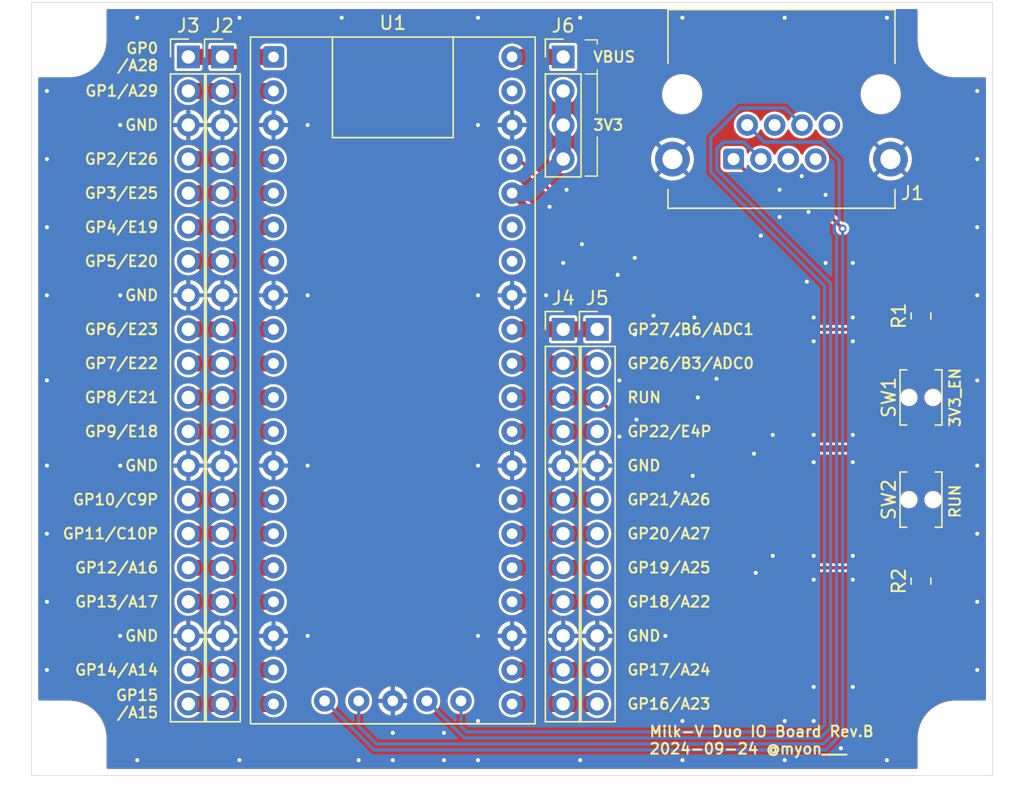
<source format=kicad_pcb>
(kicad_pcb (version 20240108) (generator "pcbnew") (generator_version "8.0")
  (title_block (title "Milk-V Duo IOB") (rev "A"))
  (layers (0 "F.Cu" signal) (31 "B.Cu" signal) (34 "B.Paste" user) (35 "F.Paste" user) (36 "B.SilkS" user "B.Silkscreen") (37 "F.SilkS" user "F.Silkscreen") (38 "B.Mask" user) (39 "F.Mask" user) (44 "Edge.Cuts" user))
  (net 0 "")
  (net 1 "/GP7")
  (net 2 "/GP11")
  (net 3 "GND")
  (net 4 "/GP9")
  (net 5 "/GP15")
  (net 6 "/GP6")
  (net 7 "/GP8")
  (net 8 "/GP0")
  (net 9 "/GP2")
  (net 10 "/GP4")
  (net 11 "/GP1")
  (net 12 "/GP14")
  (net 13 "/GP10")
  (net 14 "/GP3")
  (net 15 "/GP13")
  (net 16 "/GP12")
  (net 17 "/GP5")
  (net 18 "/GP17")
  (net 20 "/GP18")
  (net 21 "VBUS")
  (net 22 "/GP20")
  (net 23 "/GP21")
  (net 24 "/GP19")
  (net 25 "3V3")
  (net 26 "/GP26")
  (net 27 "/VSYS")
  (net 29 "/GP22")
  (net 30 "/3V3_EN")
  (net 31 "/GP16")
  (net 32 "/RUN")
  (net 33 "/GP27")
  (net 34 "/ETH-RX-")
  (net 35 "/ETH-RX+")
  (net 36 "/ETH-TX+")
  (net 37 "/ETH-TX-")
  (footprint "Resistor_SMD:R_0805_2012Metric_Pad1.20x1.40mm_HandSolder" (layer "F.Cu") (at 149.86 89.9 90)
    (property "Reference" "R2" (at 0 -1.65 90) (layer "F.SilkS"))
    (property "Value" "4.7k")
    (fp_line (start -0.227064 -0.735) (end 0.227064 -0.735) (stroke (width 0.12)) (layer "F.SilkS"))
    (fp_line (start -0.227064 0.735) (end 0.227064 0.735) (stroke (width 0.12)) (layer "F.SilkS"))
    (pad "1" smd roundrect (at -1 0 90) (size 1.2 1.4) (layers "F.Cu" "F.Paste" "F.Mask") (roundrect_rratio 0.208333) (net 3 "GND"))
    (pad "2" smd roundrect (at 1 0 90) (size 1.2 1.4) (layers "F.Cu" "F.Paste" "F.Mask") (roundrect_rratio 0.208333) (net 32 "/RUN"))
  )
  (footprint "Library:Button_Tactile_SPST_Jianfu_TVAF06-A020B-R" (layer "F.Cu") (at 149.86 83.82 90)
    (property "Reference" "SW2" (at 0 -2.4 90) (layer "F.SilkS"))
    (property "Value" "SW_Push")
    (fp_line (start 2.06 -1.56) (end 2.06 -1.06) (stroke (width 0.12)) (layer "F.SilkS"))
    (fp_line (start -2.06 -1.56) (end 2.06 -1.56) (stroke (width 0.12)) (layer "F.SilkS"))
    (fp_line (start -2.06 -1.56) (end -2.06 -1.06) (stroke (width 0.12)) (layer "F.SilkS"))
    (fp_line (start 2.06 1.06) (end 2.06 1.56) (stroke (width 0.12)) (layer "F.SilkS"))
    (fp_line (start -2.06 1.06) (end -2.06 1.56) (stroke (width 0.12)) (layer "F.SilkS"))
    (fp_line (start -2.06 1.56) (end 2.06 1.56) (stroke (width 0.12)) (layer "F.SilkS"))
    (pad "" np_thru_hole circle (at 0 -0.9 90) (size 0.8 0.8) (drill 0.8) (layers "F&B.Cu" "*.Mask"))
    (pad "" np_thru_hole circle (at 0 0.9 90) (size 0.8 0.8) (drill 0.8) (layers "F&B.Cu" "*.Mask"))
    (pad "1" smd rect (at -2.225 0 90) (size 1.05 1.6) (layers "F.Cu" "F.Paste" "F.Mask") (net 32 "/RUN"))
    (pad "2" smd rect (at 2.225 0 90) (size 1.05 1.6) (layers "F.Cu" "F.Paste" "F.Mask") (net 25 "3V3"))
  )
  (footprint "Resistor_SMD:R_0805_2012Metric_Pad1.20x1.40mm_HandSolder" (layer "F.Cu") (at 149.86 70.12 90)
    (property "Reference" "R1" (at 0 -1.65 90) (layer "F.SilkS"))
    (property "Value" "4.7k")
    (fp_line (start -0.227064 -0.735) (end 0.227064 -0.735) (stroke (width 0.12)) (layer "F.SilkS"))
    (fp_line (start -0.227064 0.735) (end 0.227064 0.735) (stroke (width 0.12)) (layer "F.SilkS"))
    (pad "1" smd roundrect (at -1 0 90) (size 1.2 1.4) (layers "F.Cu" "F.Paste" "F.Mask") (roundrect_rratio 0.208333) (net 30 "/3V3_EN"))
    (pad "2" smd roundrect (at 1 0 90) (size 1.2 1.4) (layers "F.Cu" "F.Paste" "F.Mask") (roundrect_rratio 0.208333) (net 3 "GND"))
  )
  (footprint "Connector_PinHeader_2.54mm:PinHeader_1x20_P2.54mm_Vertical" (layer "F.Cu") (at 95.25 50.8)
    (property "Reference" "J3" (at 0 -2.33 0) (layer "F.SilkS"))
    (property "Value" "Conn_01x20")
    (fp_line (start -1.33 -1.33) (end 0 -1.33) (stroke (width 0.12)) (layer "F.SilkS"))
    (fp_line (start -1.33 0) (end -1.33 -1.33) (stroke (width 0.12)) (layer "F.SilkS"))
    (fp_line (start -1.33 1.27) (end -1.33 49.59) (stroke (width 0.12)) (layer "F.SilkS"))
    (fp_line (start -1.33 1.27) (end 1.33 1.27) (stroke (width 0.12)) (layer "F.SilkS"))
    (fp_line (start -1.33 49.59) (end 1.33 49.59) (stroke (width 0.12)) (layer "F.SilkS"))
    (fp_line (start 1.33 1.27) (end 1.33 49.59) (stroke (width 0.12)) (layer "F.SilkS"))
    (pad "1" thru_hole rect (at 0 0) (size 1.7 1.7) (drill 1) (layers "*.Cu" "*.Mask") (net 8 "/GP0"))
    (pad "2" thru_hole oval (at 0 2.54) (size 1.7 1.7) (drill 1) (layers "*.Cu" "*.Mask") (net 11 "/GP1"))
    (pad "3" thru_hole oval (at 0 5.08) (size 1.7 1.7) (drill 1) (layers "*.Cu" "*.Mask") (net 3 "GND"))
    (pad "4" thru_hole oval (at 0 7.62) (size 1.7 1.7) (drill 1) (layers "*.Cu" "*.Mask") (net 9 "/GP2"))
    (pad "5" thru_hole oval (at 0 10.16) (size 1.7 1.7) (drill 1) (layers "*.Cu" "*.Mask") (net 14 "/GP3"))
    (pad "6" thru_hole oval (at 0 12.7) (size 1.7 1.7) (drill 1) (layers "*.Cu" "*.Mask") (net 10 "/GP4"))
    (pad "7" thru_hole oval (at 0 15.24) (size 1.7 1.7) (drill 1) (layers "*.Cu" "*.Mask") (net 17 "/GP5"))
    (pad "8" thru_hole oval (at 0 17.78) (size 1.7 1.7) (drill 1) (layers "*.Cu" "*.Mask") (net 3 "GND"))
    (pad "9" thru_hole oval (at 0 20.32) (size 1.7 1.7) (drill 1) (layers "*.Cu" "*.Mask") (net 6 "/GP6"))
    (pad "10" thru_hole oval (at 0 22.86) (size 1.7 1.7) (drill 1) (layers "*.Cu" "*.Mask") (net 1 "/GP7"))
    (pad "11" thru_hole oval (at 0 25.4) (size 1.7 1.7) (drill 1) (layers "*.Cu" "*.Mask") (net 7 "/GP8"))
    (pad "12" thru_hole oval (at 0 27.94) (size 1.7 1.7) (drill 1) (layers "*.Cu" "*.Mask") (net 4 "/GP9"))
    (pad "13" thru_hole oval (at 0 30.48) (size 1.7 1.7) (drill 1) (layers "*.Cu" "*.Mask") (net 3 "GND"))
    (pad "14" thru_hole oval (at 0 33.02) (size 1.7 1.7) (drill 1) (layers "*.Cu" "*.Mask") (net 13 "/GP10"))
    (pad "15" thru_hole oval (at 0 35.56) (size 1.7 1.7) (drill 1) (layers "*.Cu" "*.Mask") (net 2 "/GP11"))
    (pad "16" thru_hole oval (at 0 38.1) (size 1.7 1.7) (drill 1) (layers "*.Cu" "*.Mask") (net 16 "/GP12"))
    (pad "17" thru_hole oval (at 0 40.64) (size 1.7 1.7) (drill 1) (layers "*.Cu" "*.Mask") (net 15 "/GP13"))
    (pad "18" thru_hole oval (at 0 43.18) (size 1.7 1.7) (drill 1) (layers "*.Cu" "*.Mask") (net 3 "GND"))
    (pad "19" thru_hole oval (at 0 45.72) (size 1.7 1.7) (drill 1) (layers "*.Cu" "*.Mask") (net 12 "/GP14"))
    (pad "20" thru_hole oval (at 0 48.26) (size 1.7 1.7) (drill 1) (layers "*.Cu" "*.Mask") (net 5 "/GP15"))
  )
  (footprint "MountingHole:MountingHole_2.7mm_M2.5" (layer "F.Cu") (at 86.36 101.6)
    (property "Reference" "H3" (hide yes))
    (property "Value" "MountingHole")
    (pad "" np_thru_hole circle (at 0 0) (size 2.7 2.7) (drill 2.7) (layers "*.Cu" "*.Mask"))
  )
  (footprint "MountingHole:MountingHole_2.7mm_M2.5" (layer "F.Cu") (at 152.4 101.6)
    (property "Reference" "H2" (hide yes))
    (property "Value" "MountingHole")
    (pad "" np_thru_hole circle (at 0 0) (size 2.7 2.7) (drill 2.7) (layers "*.Cu" "*.Mask"))
  )
  (footprint "Connector_PinHeader_2.54mm:PinHeader_1x20_P2.54mm_Vertical" (layer "F.Cu") (at 97.79 50.8)
    (property "Reference" "J2" (at 0 -2.33 0) (layer "F.SilkS"))
    (property "Value" "Conn_01x20")
    (fp_line (start -1.33 -1.33) (end 0 -1.33) (stroke (width 0.12)) (layer "F.SilkS"))
    (fp_line (start -1.33 0) (end -1.33 -1.33) (stroke (width 0.12)) (layer "F.SilkS"))
    (fp_line (start -1.33 1.27) (end -1.33 49.59) (stroke (width 0.12)) (layer "F.SilkS"))
    (fp_line (start -1.33 1.27) (end 1.33 1.27) (stroke (width 0.12)) (layer "F.SilkS"))
    (fp_line (start -1.33 49.59) (end 1.33 49.59) (stroke (width 0.12)) (layer "F.SilkS"))
    (fp_line (start 1.33 1.27) (end 1.33 49.59) (stroke (width 0.12)) (layer "F.SilkS"))
    (pad "1" thru_hole rect (at 0 0) (size 1.7 1.7) (drill 1) (layers "*.Cu" "*.Mask") (net 8 "/GP0"))
    (pad "2" thru_hole oval (at 0 2.54) (size 1.7 1.7) (drill 1) (layers "*.Cu" "*.Mask") (net 11 "/GP1"))
    (pad "3" thru_hole oval (at 0 5.08) (size 1.7 1.7) (drill 1) (layers "*.Cu" "*.Mask") (net 3 "GND"))
    (pad "4" thru_hole oval (at 0 7.62) (size 1.7 1.7) (drill 1) (layers "*.Cu" "*.Mask") (net 9 "/GP2"))
    (pad "5" thru_hole oval (at 0 10.16) (size 1.7 1.7) (drill 1) (layers "*.Cu" "*.Mask") (net 14 "/GP3"))
    (pad "6" thru_hole oval (at 0 12.7) (size 1.7 1.7) (drill 1) (layers "*.Cu" "*.Mask") (net 10 "/GP4"))
    (pad "7" thru_hole oval (at 0 15.24) (size 1.7 1.7) (drill 1) (layers "*.Cu" "*.Mask") (net 17 "/GP5"))
    (pad "8" thru_hole oval (at 0 17.78) (size 1.7 1.7) (drill 1) (layers "*.Cu" "*.Mask") (net 3 "GND"))
    (pad "9" thru_hole oval (at 0 20.32) (size 1.7 1.7) (drill 1) (layers "*.Cu" "*.Mask") (net 6 "/GP6"))
    (pad "10" thru_hole oval (at 0 22.86) (size 1.7 1.7) (drill 1) (layers "*.Cu" "*.Mask") (net 1 "/GP7"))
    (pad "11" thru_hole oval (at 0 25.4) (size 1.7 1.7) (drill 1) (layers "*.Cu" "*.Mask") (net 7 "/GP8"))
    (pad "12" thru_hole oval (at 0 27.94) (size 1.7 1.7) (drill 1) (layers "*.Cu" "*.Mask") (net 4 "/GP9"))
    (pad "13" thru_hole oval (at 0 30.48) (size 1.7 1.7) (drill 1) (layers "*.Cu" "*.Mask") (net 3 "GND"))
    (pad "14" thru_hole oval (at 0 33.02) (size 1.7 1.7) (drill 1) (layers "*.Cu" "*.Mask") (net 13 "/GP10"))
    (pad "15" thru_hole oval (at 0 35.56) (size 1.7 1.7) (drill 1) (layers "*.Cu" "*.Mask") (net 2 "/GP11"))
    (pad "16" thru_hole oval (at 0 38.1) (size 1.7 1.7) (drill 1) (layers "*.Cu" "*.Mask") (net 16 "/GP12"))
    (pad "17" thru_hole oval (at 0 40.64) (size 1.7 1.7) (drill 1) (layers "*.Cu" "*.Mask") (net 15 "/GP13"))
    (pad "18" thru_hole oval (at 0 43.18) (size 1.7 1.7) (drill 1) (layers "*.Cu" "*.Mask") (net 3 "GND"))
    (pad "19" thru_hole oval (at 0 45.72) (size 1.7 1.7) (drill 1) (layers "*.Cu" "*.Mask") (net 12 "/GP14"))
    (pad "20" thru_hole oval (at 0 48.26) (size 1.7 1.7) (drill 1) (layers "*.Cu" "*.Mask") (net 5 "/GP15"))
  )
  (footprint "MountingHole:MountingHole_2.7mm_M2.5" (layer "F.Cu") (at 152.4 49.53)
    (property "Reference" "H1" (hide yes))
    (property "Value" "MountingHole")
    (pad "" np_thru_hole circle (at 0 0) (size 2.7 2.7) (drill 2.7) (layers "*.Cu" "*.Mask"))
  )
  (footprint "Library:Button_Tactile_SPST_Jianfu_TVAF06-A020B-R" (layer "F.Cu") (at 149.86 76.2 90)
    (property "Reference" "SW1" (at 0 -2.4 90) (layer "F.SilkS"))
    (property "Value" "SW_Push")
    (fp_line (start 2.06 -1.56) (end 2.06 -1.06) (stroke (width 0.12)) (layer "F.SilkS"))
    (fp_line (start -2.06 -1.56) (end 2.06 -1.56) (stroke (width 0.12)) (layer "F.SilkS"))
    (fp_line (start -2.06 -1.56) (end -2.06 -1.06) (stroke (width 0.12)) (layer "F.SilkS"))
    (fp_line (start 2.06 1.06) (end 2.06 1.56) (stroke (width 0.12)) (layer "F.SilkS"))
    (fp_line (start -2.06 1.06) (end -2.06 1.56) (stroke (width 0.12)) (layer "F.SilkS"))
    (fp_line (start -2.06 1.56) (end 2.06 1.56) (stroke (width 0.12)) (layer "F.SilkS"))
    (pad "" np_thru_hole circle (at 0 -0.9 90) (size 0.8 0.8) (drill 0.8) (layers "F&B.Cu" "*.Mask"))
    (pad "" np_thru_hole circle (at 0 0.9 90) (size 0.8 0.8) (drill 0.8) (layers "F&B.Cu" "*.Mask"))
    (pad "1" smd rect (at -2.225 0 90) (size 1.05 1.6) (layers "F.Cu" "F.Paste" "F.Mask") (net 25 "3V3"))
    (pad "2" smd rect (at 2.225 0 90) (size 1.05 1.6) (layers "F.Cu" "F.Paste" "F.Mask") (net 30 "/3V3_EN"))
  )
  (footprint "MountingHole:MountingHole_2.7mm_M2.5" (layer "F.Cu") (at 86.36 49.53)
    (property "Reference" "H4" (hide yes))
    (property "Value" "MountingHole")
    (pad "" np_thru_hole circle (at 0 0) (size 2.7 2.7) (drill 2.7) (layers "*.Cu" "*.Mask"))
  )
  (footprint "Connector_PinHeader_2.54mm:PinHeader_1x04_P2.54mm_Vertical" (layer "F.Cu") (at 123.19 50.8)
    (property "Reference" "J6" (at 0 -2.33 0) (layer "F.SilkS"))
    (property "Value" "Conn_01x04")
    (fp_line (start -1.33 -1.33) (end 0 -1.33) (stroke (width 0.12)) (layer "F.SilkS"))
    (fp_line (start -1.33 0) (end -1.33 -1.33) (stroke (width 0.12)) (layer "F.SilkS"))
    (fp_line (start -1.33 1.27) (end -1.33 8.95) (stroke (width 0.12)) (layer "F.SilkS"))
    (fp_line (start -1.33 1.27) (end 1.33 1.27) (stroke (width 0.12)) (layer "F.SilkS"))
    (fp_line (start -1.33 8.95) (end 1.33 8.95) (stroke (width 0.12)) (layer "F.SilkS"))
    (fp_line (start 1.33 1.27) (end 1.33 8.95) (stroke (width 0.12)) (layer "F.SilkS"))
    (pad "1" thru_hole rect (at 0 0) (size 1.7 1.7) (drill 1) (layers "*.Cu" "*.Mask") (net 21 "VBUS"))
    (pad "2" thru_hole oval (at 0 2.54) (size 1.7 1.7) (drill 1) (layers "*.Cu" "*.Mask") (net 25 "3V3"))
    (pad "3" thru_hole oval (at 0 5.08) (size 1.7 1.7) (drill 1) (layers "*.Cu" "*.Mask") (net 25 "3V3"))
    (pad "4" thru_hole oval (at 0 7.62) (size 1.7 1.7) (drill 1) (layers "*.Cu" "*.Mask") (net 25 "3V3"))
  )
  (footprint "Connector_PinHeader_2.54mm:PinHeader_1x12_P2.54mm_Vertical" (layer "F.Cu") (at 123.19 71.12)
    (property "Reference" "J4" (at 0 -2.33 0) (layer "F.SilkS"))
    (property "Value" "Conn_01x12")
    (fp_line (start -1.33 -1.33) (end 0 -1.33) (stroke (width 0.12)) (layer "F.SilkS"))
    (fp_line (start -1.33 0) (end -1.33 -1.33) (stroke (width 0.12)) (layer "F.SilkS"))
    (fp_line (start -1.33 1.27) (end -1.33 29.27) (stroke (width 0.12)) (layer "F.SilkS"))
    (fp_line (start -1.33 1.27) (end 1.33 1.27) (stroke (width 0.12)) (layer "F.SilkS"))
    (fp_line (start -1.33 29.27) (end 1.33 29.27) (stroke (width 0.12)) (layer "F.SilkS"))
    (fp_line (start 1.33 1.27) (end 1.33 29.27) (stroke (width 0.12)) (layer "F.SilkS"))
    (pad "1" thru_hole rect (at 0 0) (size 1.7 1.7) (drill 1) (layers "*.Cu" "*.Mask") (net 33 "/GP27"))
    (pad "2" thru_hole oval (at 0 2.54) (size 1.7 1.7) (drill 1) (layers "*.Cu" "*.Mask") (net 26 "/GP26"))
    (pad "3" thru_hole oval (at 0 5.08) (size 1.7 1.7) (drill 1) (layers "*.Cu" "*.Mask") (net 32 "/RUN"))
    (pad "4" thru_hole oval (at 0 7.62) (size 1.7 1.7) (drill 1) (layers "*.Cu" "*.Mask") (net 29 "/GP22"))
    (pad "5" thru_hole oval (at 0 10.16) (size 1.7 1.7) (drill 1) (layers "*.Cu" "*.Mask") (net 3 "GND"))
    (pad "6" thru_hole oval (at 0 12.7) (size 1.7 1.7) (drill 1) (layers "*.Cu" "*.Mask") (net 23 "/GP21"))
    (pad "7" thru_hole oval (at 0 15.24) (size 1.7 1.7) (drill 1) (layers "*.Cu" "*.Mask") (net 22 "/GP20"))
    (pad "8" thru_hole oval (at 0 17.78) (size 1.7 1.7) (drill 1) (layers "*.Cu" "*.Mask") (net 24 "/GP19"))
    (pad "9" thru_hole oval (at 0 20.32) (size 1.7 1.7) (drill 1) (layers "*.Cu" "*.Mask") (net 20 "/GP18"))
    (pad "10" thru_hole oval (at 0 22.86) (size 1.7 1.7) (drill 1) (layers "*.Cu" "*.Mask") (net 3 "GND"))
    (pad "11" thru_hole oval (at 0 25.4) (size 1.7 1.7) (drill 1) (layers "*.Cu" "*.Mask") (net 18 "/GP17"))
    (pad "12" thru_hole oval (at 0 27.94) (size 1.7 1.7) (drill 1) (layers "*.Cu" "*.Mask") (net 31 "/GP16"))
  )
  (footprint "Library:Milk-V_Duo_THT" (layer "F.Cu") (at 101.6 50.8)
    (property "Reference" "U1" (at 8.89 -2.54 0) (layer "F.SilkS"))
    (property "Value" "Milk-V Duo")
    (fp_line (start 4.39 6.02) (end 4.39 -1.48) (stroke (width 0.12)) (layer "F.SilkS"))
    (fp_line (start 4.39 6.02) (end 13.39 6.02) (stroke (width 0.12)) (layer "F.SilkS"))
    (fp_line (start 13.39 6.02) (end 13.39 -1.48) (stroke (width 0.12)) (layer "F.SilkS"))
    (fp_rect (start -1.72 -1.48) (end 19.5 49.74) (stroke (width 0.12)) (fill none) (layer "F.SilkS"))
    (pad "1" thru_hole roundrect (at 0 0) (size 1.6 1.6) (drill 0.8) (layers "*.Cu" "*.Mask") (roundrect_rratio 0.15625) (net 8 "/GP0"))
    (pad "2" thru_hole circle (at 0 2.54) (size 1.6 1.6) (drill 0.8) (layers "*.Cu" "*.Mask") (net 11 "/GP1"))
    (pad "3" thru_hole circle (at 0 5.08) (size 1.6 1.6) (drill 0.8) (layers "*.Cu" "*.Mask") (net 3 "GND"))
    (pad "4" thru_hole circle (at 0 7.62) (size 1.6 1.6) (drill 0.8) (layers "*.Cu" "*.Mask") (net 9 "/GP2"))
    (pad "5" thru_hole circle (at 0 10.16) (size 1.6 1.6) (drill 0.8) (layers "*.Cu" "*.Mask") (net 14 "/GP3"))
    (pad "6" thru_hole circle (at 0 12.7) (size 1.6 1.6) (drill 0.8) (layers "*.Cu" "*.Mask") (net 10 "/GP4"))
    (pad "7" thru_hole circle (at 0 15.24) (size 1.6 1.6) (drill 0.8) (layers "*.Cu" "*.Mask") (net 17 "/GP5"))
    (pad "8" thru_hole circle (at 0 17.78) (size 1.6 1.6) (drill 0.8) (layers "*.Cu" "*.Mask") (net 3 "GND"))
    (pad "9" thru_hole circle (at 0 20.32) (size 1.6 1.6) (drill 0.8) (layers "*.Cu" "*.Mask") (net 6 "/GP6"))
    (pad "10" thru_hole circle (at 0 22.86) (size 1.6 1.6) (drill 0.8) (layers "*.Cu" "*.Mask") (net 1 "/GP7"))
    (pad "11" thru_hole circle (at 0 25.4) (size 1.6 1.6) (drill 0.8) (layers "*.Cu" "*.Mask") (net 7 "/GP8"))
    (pad "12" thru_hole circle (at 0 27.94) (size 1.6 1.6) (drill 0.8) (layers "*.Cu" "*.Mask") (net 4 "/GP9"))
    (pad "13" thru_hole circle (at 0 30.48) (size 1.6 1.6) (drill 0.8) (layers "*.Cu" "*.Mask") (net 3 "GND"))
    (pad "14" thru_hole circle (at 0 33.02) (size 1.6 1.6) (drill 0.8) (layers "*.Cu" "*.Mask") (net 13 "/GP10"))
    (pad "15" thru_hole circle (at 0 35.56) (size 1.6 1.6) (drill 0.8) (layers "*.Cu" "*.Mask") (net 2 "/GP11"))
    (pad "16" thru_hole circle (at 0 38.1) (size 1.6 1.6) (drill 0.8) (layers "*.Cu" "*.Mask") (net 16 "/GP12"))
    (pad "17" thru_hole circle (at 0 40.64) (size 1.6 1.6) (drill 0.8) (layers "*.Cu" "*.Mask") (net 15 "/GP13"))
    (pad "18" thru_hole circle (at 0 43.18) (size 1.6 1.6) (drill 0.8) (layers "*.Cu" "*.Mask") (net 3 "GND"))
    (pad "19" thru_hole circle (at 0 45.72) (size 1.6 1.6) (drill 0.8) (layers "*.Cu" "*.Mask") (net 12 "/GP14"))
    (pad "20" thru_hole circle (at 0 48.26) (size 1.6 1.6) (drill 0.8) (layers "*.Cu" "*.Mask") (net 5 "/GP15"))
    (pad "21" thru_hole circle (at 17.78 48.26) (size 1.6 1.6) (drill 0.8) (layers "*.Cu" "*.Mask") (net 31 "/GP16"))
    (pad "22" thru_hole circle (at 17.78 45.72) (size 1.6 1.6) (drill 0.8) (layers "*.Cu" "*.Mask") (net 18 "/GP17"))
    (pad "23" thru_hole circle (at 17.78 43.18) (size 1.6 1.6) (drill 0.8) (layers "*.Cu" "*.Mask") (net 3 "GND"))
    (pad "24" thru_hole circle (at 17.78 40.64) (size 1.6 1.6) (drill 0.8) (layers "*.Cu" "*.Mask") (net 20 "/GP18"))
    (pad "25" thru_hole circle (at 17.78 38.1) (size 1.6 1.6) (drill 0.8) (layers "*.Cu" "*.Mask") (net 24 "/GP19"))
    (pad "26" thru_hole circle (at 17.78 35.56) (size 1.6 1.6) (drill 0.8) (layers "*.Cu" "*.Mask") (net 22 "/GP20"))
    (pad "27" thru_hole circle (at 17.78 33.02) (size 1.6 1.6) (drill 0.8) (layers "*.Cu" "*.Mask") (net 23 "/GP21"))
    (pad "28" thru_hole circle (at 17.78 30.48) (size 1.6 1.6) (drill 0.8) (layers "*.Cu" "*.Mask") (net 3 "GND"))
    (pad "29" thru_hole circle (at 17.78 27.94) (size 1.6 1.6) (drill 0.8) (layers "*.Cu" "*.Mask") (net 29 "/GP22"))
    (pad "30" thru_hole circle (at 17.78 25.4) (size 1.6 1.6) (drill 0.8) (layers "*.Cu" "*.Mask") (net 32 "/RUN"))
    (pad "31" thru_hole circle (at 17.78 22.86) (size 1.6 1.6) (drill 0.8) (layers "*.Cu" "*.Mask") (net 26 "/GP26"))
    (pad "32" thru_hole circle (at 17.78 20.32) (size 1.6 1.6) (drill 0.8) (layers "*.Cu" "*.Mask") (net 33 "/GP27"))
    (pad "33" thru_hole circle (at 17.78 17.78) (size 1.6 1.6) (drill 0.8) (layers "*.Cu" "*.Mask") (net 3 "GND"))
    (pad "34" thru_hole circle (at 17.78 15.24) (size 1.6 1.6) (drill 0.8) (layers "*.Cu" "*.Mask"))
    (pad "35" thru_hole circle (at 17.78 12.7) (size 1.6 1.6) (drill 0.8) (layers "*.Cu" "*.Mask"))
    (pad "36" thru_hole circle (at 17.78 10.16) (size 1.6 1.6) (drill 0.8) (layers "*.Cu" "*.Mask") (net 25 "3V3"))
    (pad "37" thru_hole circle (at 17.78 7.62) (size 1.6 1.6) (drill 0.8) (layers "*.Cu" "*.Mask") (net 30 "/3V3_EN"))
    (pad "38" thru_hole circle (at 17.78 5.08) (size 1.6 1.6) (drill 0.8) (layers "*.Cu" "*.Mask") (net 3 "GND"))
    (pad "39" thru_hole circle (at 17.78 2.54) (size 1.6 1.6) (drill 0.8) (layers "*.Cu" "*.Mask") (net 27 "/VSYS"))
    (pad "40" thru_hole circle (at 17.78 0) (size 1.6 1.6) (drill 0.8) (layers "*.Cu" "*.Mask") (net 21 "VBUS"))
    (pad "41" thru_hole circle (at 3.81 48.03) (size 1.6 1.6) (drill 0.8) (layers "*.Cu" "*.Mask") (net 36 "/ETH-TX+"))
    (pad "42" thru_hole circle (at 6.35 48.03) (size 1.6 1.6) (drill 0.8) (layers "*.Cu" "*.Mask") (net 37 "/ETH-TX-"))
    (pad "43" thru_hole circle (at 8.89 48.03) (size 1.6 1.6) (drill 0.8) (layers "*.Cu" "*.Mask") (net 3 "GND"))
    (pad "44" thru_hole circle (at 11.43 48.03) (size 1.6 1.6) (drill 0.8) (layers "*.Cu" "*.Mask") (net 35 "/ETH-RX+"))
    (pad "45" thru_hole circle (at 13.97 48.03) (size 1.6 1.6) (drill 0.8) (layers "*.Cu" "*.Mask") (net 34 "/ETH-RX-"))
  )
  (footprint "Library:RJ45_Neltron_7810-XPXC" (layer "F.Cu") (at 135.89 58.42)
    (property "Reference" "J1" (at 13.335 2.54 0) (layer "F.SilkS"))
    (property "Value" "8P8C_Shielded")
    (fp_line (start -4.89 -11.15) (end -4.89 -7.15) (stroke (width 0.12)) (layer "F.SilkS"))
    (fp_line (start -4.89 -11.15) (end 12.03 -11.15) (stroke (width 0.12)) (layer "F.SilkS"))
    (fp_line (start -4.89 3.67) (end -4.89 2.27) (stroke (width 0.12)) (layer "F.SilkS"))
    (fp_line (start -4.89 3.67) (end 12.03 3.67) (stroke (width 0.12)) (layer "F.SilkS"))
    (fp_line (start 12.03 -11.15) (end 12.03 -7.15) (stroke (width 0.12)) (layer "F.SilkS"))
    (fp_line (start 12.03 3.67) (end 12.03 2.27) (stroke (width 0.12)) (layer "F.SilkS"))
    (pad "" np_thru_hole circle (at -3.83 -4.84) (size 2.5 2.5) (drill 2.5) (layers "F&B.Cu" "*.Mask"))
    (pad "" np_thru_hole circle (at 10.97 -4.84) (size 2.5 2.5) (drill 2.5) (layers "F&B.Cu" "*.Mask"))
    (pad "1" thru_hole roundrect (at 0 0) (size 1.55 1.55) (drill 0.9) (layers "*.Cu" "*.Mask") (roundrect_rratio 0.1612903226) (net 36 "/ETH-TX+"))
    (pad "2" thru_hole circle (at 1.02 -2.54) (size 1.6 1.6) (drill 0.9) (layers "*.Cu" "*.Mask") (net 37 "/ETH-TX-"))
    (pad "3" thru_hole circle (at 2.04 0) (size 1.6 1.6) (drill 0.9) (layers "*.Cu" "*.Mask") (net 35 "/ETH-RX+"))
    (pad "4" thru_hole circle (at 3.06 -2.54) (size 1.6 1.6) (drill 0.9) (layers "*.Cu" "*.Mask"))
    (pad "5" thru_hole circle (at 4.08 0) (size 1.6 1.6) (drill 0.9) (layers "*.Cu" "*.Mask"))
    (pad "6" thru_hole circle (at 5.1 -2.54) (size 1.6 1.6) (drill 0.9) (layers "*.Cu" "*.Mask") (net 34 "/ETH-RX-"))
    (pad "7" thru_hole circle (at 6.12 0) (size 1.6 1.6) (drill 0.9) (layers "*.Cu" "*.Mask"))
    (pad "8" thru_hole circle (at 7.14 -2.54) (size 1.6 1.6) (drill 0.9) (layers "*.Cu" "*.Mask"))
    (pad "SH" thru_hole circle (at -4.555 0) (size 2.6 2.6) (drill 1.5) (layers "*.Cu" "*.Mask") (net 3 "GND"))
    (pad "SH" thru_hole circle (at 11.695 0) (size 2.6 2.6) (drill 1.5) (layers "*.Cu" "*.Mask") (net 3 "GND"))
  )
  (footprint "Connector_PinHeader_2.54mm:PinHeader_1x12_P2.54mm_Vertical" (layer "F.Cu") (at 125.73 71.12)
    (property "Reference" "J5" (at 0 -2.33 0) (layer "F.SilkS"))
    (property "Value" "Conn_01x12")
    (fp_line (start -1.33 -1.33) (end 0 -1.33) (stroke (width 0.12)) (layer "F.SilkS"))
    (fp_line (start -1.33 0) (end -1.33 -1.33) (stroke (width 0.12)) (layer "F.SilkS"))
    (fp_line (start -1.33 1.27) (end -1.33 29.27) (stroke (width 0.12)) (layer "F.SilkS"))
    (fp_line (start -1.33 1.27) (end 1.33 1.27) (stroke (width 0.12)) (layer "F.SilkS"))
    (fp_line (start -1.33 29.27) (end 1.33 29.27) (stroke (width 0.12)) (layer "F.SilkS"))
    (fp_line (start 1.33 1.27) (end 1.33 29.27) (stroke (width 0.12)) (layer "F.SilkS"))
    (pad "1" thru_hole rect (at 0 0) (size 1.7 1.7) (drill 1) (layers "*.Cu" "*.Mask") (net 33 "/GP27"))
    (pad "2" thru_hole oval (at 0 2.54) (size 1.7 1.7) (drill 1) (layers "*.Cu" "*.Mask") (net 26 "/GP26"))
    (pad "3" thru_hole oval (at 0 5.08) (size 1.7 1.7) (drill 1) (layers "*.Cu" "*.Mask") (net 32 "/RUN"))
    (pad "4" thru_hole oval (at 0 7.62) (size 1.7 1.7) (drill 1) (layers "*.Cu" "*.Mask") (net 29 "/GP22"))
    (pad "5" thru_hole oval (at 0 10.16) (size 1.7 1.7) (drill 1) (layers "*.Cu" "*.Mask") (net 3 "GND"))
    (pad "6" thru_hole oval (at 0 12.7) (size 1.7 1.7) (drill 1) (layers "*.Cu" "*.Mask") (net 23 "/GP21"))
    (pad "7" thru_hole oval (at 0 15.24) (size 1.7 1.7) (drill 1) (layers "*.Cu" "*.Mask") (net 22 "/GP20"))
    (pad "8" thru_hole oval (at 0 17.78) (size 1.7 1.7) (drill 1) (layers "*.Cu" "*.Mask") (net 24 "/GP19"))
    (pad "9" thru_hole oval (at 0 20.32) (size 1.7 1.7) (drill 1) (layers "*.Cu" "*.Mask") (net 20 "/GP18"))
    (pad "10" thru_hole oval (at 0 22.86) (size 1.7 1.7) (drill 1) (layers "*.Cu" "*.Mask") (net 3 "GND"))
    (pad "11" thru_hole oval (at 0 25.4) (size 1.7 1.7) (drill 1) (layers "*.Cu" "*.Mask") (net 18 "/GP17"))
    (pad "12" thru_hole oval (at 0 27.94) (size 1.7 1.7) (drill 1) (layers "*.Cu" "*.Mask") (net 31 "/GP16"))
  )
  (gr_line (start 125.73 49.53) (end 125.73 49.8475) (stroke (width 0.1)) (layer "F.SilkS"))
  (gr_line (start 125.73 51.7525) (end 125.73 52.07) (stroke (width 0.1)) (layer "F.SilkS"))
  (gr_line (start 124.841 52.07) (end 125.73 52.07) (stroke (width 0.1)) (layer "F.SilkS"))
  (gr_line (start 125.73 52.07) (end 125.73 54.991) (stroke (width 0.1)) (layer "F.SilkS"))
  (gr_line (start 124.841 59.69) (end 125.73 59.69) (stroke (width 0.1)) (layer "F.SilkS"))
  (gr_line (start 125.73 59.69) (end 125.73 56.769) (stroke (width 0.1)) (layer "F.SilkS"))
  (gr_line (start 124.841 49.53) (end 125.73 49.53) (stroke (width 0.1)) (layer "F.SilkS"))
  (gr_rect (start 83.566 46.736) (end 155.194 104.394) (stroke (width 0.05)) (fill none) (layer "Edge.Cuts"))
  (gr_text "GP22/E4P" (at 127.889 78.74 0) (layer "F.SilkS") (effects (font (size 0.8 0.8)) (justify left)))
  (gr_text "GP18/A22" (at 127.889 91.44 0) (layer "F.SilkS") (effects (font (size 0.8 0.8)) (justify left)))
  (gr_text "GP3/E25" (at 93.091 60.96 0) (layer "F.SilkS") (effects (font (size 0.8 0.8)) (justify right)))
  (gr_text "GP4/E19" (at 93.091 63.5 0) (layer "F.SilkS") (effects (font (size 0.8 0.8)) (justify right)))
  (gr_text "GP16/A23" (at 127.889 99.06 0) (layer "F.SilkS") (effects (font (size 0.8 0.8)) (justify left)))
  (gr_text "3V3" (at 125.349 55.88 0) (layer "F.SilkS") (effects (font (size 0.8 0.8)) (justify left)))
  (gr_text "GP15\n/A15" (at 93.091 99.06 0) (layer "F.SilkS") (effects (font (size 0.8 0.8)) (justify right)))
  (gr_text "3V3_EN" (at 152.4 76.2 90) (layer "F.SilkS") (effects (font (size 0.8 0.8))))
  (gr_text "GND" (at 127.889 93.98 0) (layer "F.SilkS") (effects (font (size 0.8 0.8)) (justify left)))
  (gr_text "RUN" (at 127.889 76.2 0) (layer "F.SilkS") (effects (font (size 0.8 0.8)) (justify left)))
  (gr_text "GP0\n/A28" (at 93.091 50.8 0) (layer "F.SilkS") (effects (font (size 0.8 0.8)) (justify right)))
  (gr_text "GND" (at 93.091 55.88 0) (layer "F.SilkS") (effects (font (size 0.8 0.8)) (justify right)))
  (gr_text "RUN" (at 152.4 83.947 90) (layer "F.SilkS") (effects (font (size 0.8 0.8))))
  (gr_text "GP1/A29" (at 93.091 53.34 0) (layer "F.SilkS") (effects (font (size 0.8 0.8)) (justify right)))
  (gr_text "GP11/C10P" (at 93.091 86.36 0) (layer "F.SilkS") (effects (font (size 0.8 0.8)) (justify right)))
  (gr_text "GND" (at 93.091 68.58 0) (layer "F.SilkS") (effects (font (size 0.8 0.8)) (justify right)))
  (gr_text "VBUS" (at 125.349 50.8 0) (layer "F.SilkS") (effects (font (size 0.8 0.8)) (justify left)))
  (gr_text "GP10/C9P" (at 93.091 83.82 0) (layer "F.SilkS") (effects (font (size 0.8 0.8)) (justify right)))
  (gr_text "GP12/A16" (at 93.091 88.9 0) (layer "F.SilkS") (effects (font (size 0.8 0.8)) (justify right)))
  (gr_text "GP19/A25" (at 127.889 88.9 0) (layer "F.SilkS") (effects (font (size 0.8 0.8)) (justify left)))
  (gr_text "GP17/A24" (at 127.889 96.52 0) (layer "F.SilkS") (effects (font (size 0.8 0.8)) (justify left)))
  (gr_text "GP27/B6/ADC1" (at 127.889 71.12 0) (layer "F.SilkS") (effects (font (size 0.8 0.8)) (justify left)))
  (gr_text "GND" (at 93.091 81.28 0) (layer "F.SilkS") (effects (font (size 0.8 0.8)) (justify right)))
  (gr_text "GP6/E23" (at 93.091 71.12 0) (layer "F.SilkS") (effects (font (size 0.8 0.8)) (justify right)))
  (gr_text "GP26/B3/ADC0" (at 127.889 73.66 0) (layer "F.SilkS") (effects (font (size 0.8 0.8)) (justify left)))
  (gr_text "GND" (at 127.889 81.28 0) (layer "F.SilkS") (effects (font (size 0.8 0.8)) (justify left)))
  (gr_text "GP9/E18" (at 93.091 78.74 0) (layer "F.SilkS") (effects (font (size 0.8 0.8)) (justify right)))
  (gr_text "GP21/A26" (at 127.889 83.82 0) (layer "F.SilkS") (effects (font (size 0.8 0.8)) (justify left)))
  (gr_text "GP14/A14" (at 93.091 96.52 0) (layer "F.SilkS") (effects (font (size 0.8 0.8)) (justify right)))
  (gr_text "GP20/A27" (at 127.889 86.36 0) (layer "F.SilkS") (effects (font (size 0.8 0.8)) (justify left)))
  (gr_text "GP8/E21" (at 93.091 76.2 0) (layer "F.SilkS") (effects (font (size 0.8 0.8)) (justify right)))
  (gr_text "GP7/E22" (at 93.091 73.66 0) (layer "F.SilkS") (effects (font (size 0.8 0.8)) (justify right)))
  (gr_text "GP13/A17" (at 93.091 91.44 0) (layer "F.SilkS") (effects (font (size 0.8 0.8)) (justify right)))
  (gr_text "GND" (at 93.091 93.98 0) (layer "F.SilkS") (effects (font (size 0.8 0.8)) (justify right)))
  (gr_text "Milk-V Duo IO Board Rev.B\n2024-09-24 @myon___" (at 129.54 102.87 0) (layer "F.SilkS") (effects (font (size 0.8 0.8)) (justify left bottom)))
  (gr_text "GP2/E26" (at 93.091 58.42 0) (layer "F.SilkS") (effects (font (size 0.8 0.8)) (justify right)))
  (gr_text "GP5/E20" (at 93.091 66.04 0) (layer "F.SilkS") (effects (font (size 0.8 0.8)) (justify right)))
  (segment (start 95.25 73.66) (end 101.6 73.66) (width 1.2) (layer "F.Cu") (net 1))
  (segment (start 95.25 86.36) (end 101.6 86.36) (width 1.2) (layer "F.Cu") (net 2))
  (via (at 154.051 96.52) (size 0.6) (drill 0.3) (layers "F.Cu" "B.Cu") (net 3))
  (via (at 137.922 64.135) (size 0.6) (drill 0.3) (layers "F.Cu" "B.Cu") (net 3))
  (via (at 124.587 64.77) (size 0.6) (drill 0.3) (layers "F.Cu" "B.Cu") (net 3))
  (via (at 132.08 103.251) (size 0.6) (drill 0.3) (layers "F.Cu" "B.Cu") (net 3))
  (via (at 137.541 89.281) (size 0.6) (drill 0.3) (layers "F.Cu" "B.Cu") (net 3))
  (via (at 90.17 68.58) (size 0.6) (drill 0.3) (layers "F.Cu" "B.Cu") (net 3))
  (via (at 154.051 74.93) (size 0.6) (drill 0.3) (layers "F.Cu" "B.Cu") (net 3))
  (via (at 84.709 81.28) (size 0.6) (drill 0.3) (layers "F.Cu" "B.Cu") (net 3))
  (via (at 84.709 53.34) (size 0.6) (drill 0.3) (layers "F.Cu" "B.Cu") (net 3))
  (via (at 138.811 88.011) (size 0.6) (drill 0.3) (layers "F.Cu" "B.Cu") (net 3))
  (via (at 154.051 58.42) (size 0.6) (drill 0.3) (layers "F.Cu" "B.Cu") (net 3))
  (via (at 84.709 58.42) (size 0.6) (drill 0.3) (layers "F.Cu" "B.Cu") (net 3))
  (via (at 84.709 68.58) (size 0.6) (drill 0.3) (layers "F.Cu" "B.Cu") (net 3))
  (via (at 128.524 65.786) (size 0.6) (drill 0.3) (layers "F.Cu" "B.Cu") (net 3))
  (via (at 139.319 60.706) (size 0.6) (drill 0.3) (layers "F.Cu" "B.Cu") (net 3))
  (via (at 132.842 82.042) (size 0.6) (drill 0.3) (layers "F.Cu" "B.Cu") (net 3))
  (via (at 139.319 62.738) (size 0.6) (drill 0.3) (layers "F.Cu" "B.Cu") (net 3))
  (via (at 104.14 55.88) (size 0.6) (drill 0.3) (layers "F.Cu" "B.Cu") (net 3))
  (via (at 141.859 88.011) (size 0.6) (drill 0.3) (layers "F.Cu" "B.Cu") (net 3))
  (via (at 116.84 68.58) (size 0.6) (drill 0.3) (layers "F.Cu" "B.Cu") (net 3))
  (via (at 144.78 88.011) (size 0.6) (drill 0.3) (layers "F.Cu" "B.Cu") (net 3))
  (via (at 131.699 71.501) (size 0.6) (drill 0.3) (layers "F.Cu" "B.Cu") (net 3))
  (via (at 139.7 47.879) (size 0.6) (drill 0.3) (layers "F.Cu" "B.Cu") (net 3))
  (via (at 130.81 93.98) (size 0.6) (drill 0.3) (layers "F.Cu" "B.Cu") (net 3))
  (via (at 84.709 91.44) (size 0.6) (drill 0.3) (layers "F.Cu" "B.Cu") (net 3))
  (via (at 147.32 103.251) (size 0.6) (drill 0.3) (layers "F.Cu" "B.Cu") (net 3))
  (via (at 154.051 91.44) (size 0.6) (drill 0.3) (layers "F.Cu" "B.Cu") (net 3))
  (via (at 123.444 60.706) (size 0.6) (drill 0.3) (layers "F.Cu" "B.Cu") (net 3))
  (via (at 132.969 70.231) (size 0.6) (drill 0.3) (layers "F.Cu" "B.Cu") (net 3))
  (via (at 139.7 100.33) (size 0.6) (drill 0.3) (layers "F.Cu" "B.Cu") (net 3))
  (via (at 138.811 78.994) (size 0.6) (drill 0.3) (layers "F.Cu" "B.Cu") (net 3))
  (via (at 99.06 47.879) (size 0.6) (drill 0.3) (layers "F.Cu" "B.Cu") (net 3))
  (via (at 116.84 103.251) (size 0.6) (drill 0.3) (layers "F.Cu" "B.Cu") (net 3))
  (via (at 144.78 72.009) (size 0.6) (drill 0.3) (layers "F.Cu" "B.Cu") (net 3))
  (via (at 124.46 103.251) (size 0.6) (drill 0.3) (layers "F.Cu" "B.Cu") (net 3))
  (via (at 144.78 66.167) (size 0.6) (drill 0.3) (layers "F.Cu" "B.Cu") (net 3))
  (via (at 84.709 86.36) (size 0.6) (drill 0.3) (layers "F.Cu" "B.Cu") (net 3))
  (via (at 107.95 103.251) (size 0.6) (drill 0.3) (layers "F.Cu" "B.Cu") (net 3))
  (via (at 144.78 78.994) (size 0.6) (drill 0.3) (layers "F.Cu" "B.Cu") (net 3))
  (via (at 114.3 103.251) (size 0.6) (drill 0.3) (layers "F.Cu" "B.Cu") (net 3))
  (via (at 142.748 61.087) (size 0.6) (drill 0.3) (layers "F.Cu" "B.Cu") (net 3))
  (via (at 154.051 63.5) (size 0.6) (drill 0.3) (layers "F.Cu" "B.Cu") (net 3))
  (via (at 141.859 72.009) (size 0.6) (drill 0.3) (layers "F.Cu" "B.Cu") (net 3))
  (via (at 141.859 81.026) (size 0.6) (drill 0.3) (layers "F.Cu" "B.Cu") (net 3))
  (via (at 122.174 61.976) (size 0.6) (drill 0.3) (layers "F.Cu" "B.Cu") (net 3))
  (via (at 104.14 68.58) (size 0.6) (drill 0.3) (layers "F.Cu" "B.Cu") (net 3))
  (via (at 116.84 55.88) (size 0.6) (drill 0.3) (layers "F.Cu" "B.Cu") (net 3))
  (via (at 154.051 68.58) (size 0.6) (drill 0.3) (layers "F.Cu" "B.Cu") (net 3))
  (via (at 116.84 93.98) (size 0.6) (drill 0.3) (layers "F.Cu" "B.Cu") (net 3))
  (via (at 132.08 100.33) (size 0.6) (drill 0.3) (layers "F.Cu" "B.Cu") (net 3))
  (via (at 154.051 86.36) (size 0.6) (drill 0.3) (layers "F.Cu" "B.Cu") (net 3))
  (via (at 116.84 47.879) (size 0.6) (drill 0.3) (layers "F.Cu" "B.Cu") (net 3))
  (via (at 84.709 74.93) (size 0.6) (drill 0.3) (layers "F.Cu" "B.Cu") (net 3))
  (via (at 90.17 81.28) (size 0.6) (drill 0.3) (layers "F.Cu" "B.Cu") (net 3))
  (via (at 84.709 63.5) (size 0.6) (drill 0.3) (layers "F.Cu" "B.Cu") (net 3))
  (via (at 129.921 70.104) (size 0.6) (drill 0.3) (layers "F.Cu" "B.Cu") (net 3))
  (via (at 131.572 83.312) (size 0.6) (drill 0.3) (layers "F.Cu" "B.Cu") (net 3))
  (via (at 99.06 103.251) (size 0.6) (drill 0.3) (layers "F.Cu" "B.Cu") (net 3))
  (via (at 116.84 100.33) (size 0.6) (drill 0.3) (layers "F.Cu" "B.Cu") (net 3))
  (via (at 106.68 47.879) (size 0.6) (drill 0.3) (layers "F.Cu" "B.Cu") (net 3))
  (via (at 154.051 81.28) (size 0.6) (drill 0.3) (layers "F.Cu" "B.Cu") (net 3))
  (via (at 144.78 89.789) (size 0.6) (drill 0.3) (layers "F.Cu" "B.Cu") (net 3))
  (via (at 90.17 93.98) (size 0.6) (drill 0.3) (layers "F.Cu" "B.Cu") (net 3))
  (via (at 140.97 59.69) (size 0.6) (drill 0.3) (layers "F.Cu" "B.Cu") (net 3))
  (via (at 127.381 79.121) (size 0.6) (drill 0.3) (layers "F.Cu" "B.Cu") (net 3))
  (via (at 90.17 55.88) (size 0.6) (drill 0.3) (layers "F.Cu" "B.Cu") (net 3))
  (via (at 142.748 66.167) (size 0.6) (drill 0.3) (layers "F.Cu" "B.Cu") (net 3))
  (via (at 132.08 47.879) (size 0.6) (drill 0.3) (layers "F.Cu" "B.Cu") (net 3))
  (via (at 127.381 74.93) (size 0.6) (drill 0.3) (layers "F.Cu" "B.Cu") (net 3))
  (via (at 141.859 89.789) (size 0.6) (drill 0.3) (layers "F.Cu" "B.Cu") (net 3))
  (via (at 141.478 62.357) (size 0.6) (drill 0.3) (layers "F.Cu" "B.Cu") (net 3))
  (via (at 128.524 71.501) (size 0.6) (drill 0.3) (layers "F.Cu" "B.Cu") (net 3))
  (via (at 144.78 70.231) (size 0.6) (drill 0.3) (layers "F.Cu" "B.Cu") (net 3))
  (via (at 104.14 81.28) (size 0.6) (drill 0.3) (layers "F.Cu" "B.Cu") (net 3))
  (via (at 154.051 53.34) (size 0.6) (drill 0.3) (layers "F.Cu" "B.Cu") (net 3))
  (via (at 114.3 101.219) (size 0.6) (drill 0.3) (layers "F.Cu" "B.Cu") (net 3))
  (via (at 124.46 47.879) (size 0.6) (drill 0.3) (layers "F.Cu" "B.Cu") (net 3))
  (via (at 144.78 81.026) (size 0.6) (drill 0.3) (layers "F.Cu" "B.Cu") (net 3))
  (via (at 141.859 97.79) (size 0.6) (drill 0.3) (layers "F.Cu" "B.Cu") (net 3))
  (via (at 127.254 67.056) (size 0.6) (drill 0.3) (layers "F.Cu" "B.Cu") (net 3))
  (via (at 144.78 97.79) (size 0.6) (drill 0.3) (layers "F.Cu" "B.Cu") (net 3))
  (via (at 141.859 70.231) (size 0.6) (drill 0.3) (layers "F.Cu" "B.Cu") (net 3))
  (via (at 139.7 103.251) (size 0.6) (drill 0.3) (layers "F.Cu" "B.Cu") (net 3))
  (via (at 141.859 100.33) (size 0.6) (drill 0.3) (layers "F.Cu" "B.Cu") (net 3))
  (via (at 116.84 81.28) (size 0.6) (drill 0.3) (layers "F.Cu" "B.Cu") (net 3))
  (via (at 104.14 93.98) (size 0.6) (drill 0.3) (layers "F.Cu" "B.Cu") (net 3))
  (via (at 110.49 103.251) (size 0.6) (drill 0.3) (layers "F.Cu" "B.Cu") (net 3))
  (via (at 128.651 77.851) (size 0.6) (drill 0.3) (layers "F.Cu" "B.Cu") (net 3))
  (via (at 141.351 67.564) (size 0.6) (drill 0.3) (layers "F.Cu" "B.Cu") (net 3))
  (via (at 84.709 96.52) (size 0.6) (drill 0.3) (layers "F.Cu" "B.Cu") (net 3))
  (via (at 121.92 68.58) (size 0.6) (drill 0.3) (layers "F.Cu" "B.Cu") (net 3))
  (via (at 110.49 101.219) (size 0.6) (drill 0.3) (layers "F.Cu" "B.Cu") (net 3))
  (via (at 91.44 47.879) (size 0.6) (drill 0.3) (layers "F.Cu" "B.Cu") (net 3))
  (via (at 137.414 80.391) (size 0.6) (drill 0.3) (layers "F.Cu" "B.Cu") (net 3))
  (via (at 134.62 74.803) (size 0.6) (drill 0.3) (layers "F.Cu" "B.Cu") (net 3))
  (via (at 141.859 78.994) (size 0.6) (drill 0.3) (layers "F.Cu" "B.Cu") (net 3))
  (via (at 147.32 47.879) (size 0.6) (drill 0.3) (layers "F.Cu" "B.Cu") (net 3))
  (via (at 143.891 102.362) (size 0.6) (drill 0.3) (layers "F.Cu" "B.Cu") (net 3))
  (via (at 123.19 66.167) (size 0.6) (drill 0.3) (layers "F.Cu" "B.Cu") (net 3))
  (via (at 91.44 103.251) (size 0.6) (drill 0.3) (layers "F.Cu" "B.Cu") (net 3))
  (via (at 133.223 76.2) (size 0.6) (drill 0.3) (layers "F.Cu" "B.Cu") (net 3))
  (segment (start 95.25 78.74) (end 101.6 78.74) (width 1.2) (layer "F.Cu") (net 4))
  (segment (start 95.25 99.06) (end 101.6 99.06) (width 1.2) (layer "F.Cu") (net 5))
  (segment (start 95.25 71.12) (end 101.6 71.12) (width 1.2) (layer "F.Cu") (net 6))
  (segment (start 95.25 76.2) (end 101.6 76.2) (width 1.2) (layer "F.Cu") (net 7))
  (segment (start 95.25 50.8) (end 101.6 50.8) (width 1.2) (layer "F.Cu") (net 8))
  (segment (start 95.25 58.42) (end 101.6 58.42) (width 1.2) (layer "F.Cu") (net 9))
  (segment (start 95.25 63.5) (end 101.6 63.5) (width 1.2) (layer "F.Cu") (net 10))
  (segment (start 101.6 53.34) (end 95.25 53.34) (width 1.2) (layer "F.Cu") (net 11))
  (segment (start 95.25 96.52) (end 101.6 96.52) (width 1.2) (layer "F.Cu") (net 12))
  (segment (start 95.25 83.82) (end 101.6 83.82) (width 1.2) (layer "F.Cu") (net 13))
  (segment (start 101.6 60.96) (end 95.25 60.96) (width 1.2) (layer "F.Cu") (net 14))
  (segment (start 95.25 91.44) (end 101.6 91.44) (width 1.2) (layer "F.Cu") (net 15))
  (segment (start 95.25 88.9) (end 101.6 88.9) (width 1.2) (layer "F.Cu") (net 16))
  (segment (start 101.6 66.04) (end 95.25 66.04) (width 1.2) (layer "F.Cu") (net 17))
  (segment (start 119.38 96.52) (end 125.73 96.52) (width 1.2) (layer "F.Cu") (net 18))
  (segment (start 119.38 91.44) (end 125.73 91.44) (width 1.2) (layer "F.Cu") (net 20))
  (segment (start 119.38 50.8) (end 123.19 50.8) (width 1.2) (layer "F.Cu") (net 21))
  (segment (start 119.38 86.36) (end 125.73 86.36) (width 1.2) (layer "F.Cu") (net 22))
  (segment (start 119.38 83.82) (end 125.73 83.82) (width 1.2) (layer "F.Cu") (net 23))
  (segment (start 119.38 88.9) (end 125.73 88.9) (width 1.2) (layer "F.Cu") (net 24))
  (segment (start 138.43 80.01) (end 149.86 80.01) (width 0.5) (layer "F.Cu") (net 25))
  (segment (start 119.38 60.96) (end 138.43 80.01) (width 0.5) (layer "F.Cu") (net 25))
  (segment (start 123.19 58.42) (end 120.65 60.96) (width 1.2) (layer "B.Cu") (net 25))
  (segment (start 120.65 60.96) (end 119.38 60.96) (width 1.2) (layer "B.Cu") (net 25))
  (segment (start 123.19 53.34) (end 123.19 58.42) (width 1.2) (layer "B.Cu") (net 25))
  (segment (start 119.38 73.66) (end 125.73 73.66) (width 1.2) (layer "F.Cu") (net 26))
  (segment (start 119.38 78.74) (end 125.73 78.74) (width 1.2) (layer "F.Cu") (net 29))
  (segment (start 132.588 71.12) (end 119.888 58.42) (width 0.25) (layer "F.Cu") (net 30))
  (segment (start 149.86 71.12) (end 132.588 71.12) (width 0.25) (layer "F.Cu") (net 30))
  (segment (start 119.888 58.42) (end 119.38 58.42) (width 0.25) (layer "F.Cu") (net 30))
  (segment (start 149.86 71.12) (end 149.86 73.975) (width 0.25) (layer "F.Cu") (net 30))
  (segment (start 119.38 99.06) (end 125.73 99.06) (width 1.2) (layer "F.Cu") (net 31))
  (segment (start 149.86 86.045) (end 149.86 88.9) (width 0.25) (layer "F.Cu") (net 32))
  (segment (start 119.38 76.2) (end 125.73 76.2) (width 1.2) (layer "F.Cu") (net 32))
  (segment (start 149.86 88.9) (end 138.43 88.9) (width 0.25) (layer "F.Cu") (net 32))
  (segment (start 138.43 88.9) (end 125.73 76.2) (width 0.25) (layer "F.Cu") (net 32))
  (segment (start 119.38 71.12) (end 125.73 71.12) (width 1.2) (layer "F.Cu") (net 33))
  (segment (start 136.398 54.61) (end 139.72 54.61) (width 0.25) (layer "B.Cu") (net 34))
  (segment (start 134.189 56.819) (end 136.398 54.61) (width 0.25) (layer "B.Cu") (net 34))
  (segment (start 139.72 54.61) (end 140.99 55.88) (width 0.25) (layer "B.Cu") (net 34))
  (segment (start 142.668 67.865) (end 134.189 59.386) (width 0.25) (layer "B.Cu") (net 34))
  (segment (start 134.189 59.386) (end 134.189 56.819) (width 0.25) (layer "B.Cu") (net 34))
  (segment (start 115.57 100.709604) (end 115.999396 101.139) (width 0.25) (layer "B.Cu") (net 34))
  (segment (start 115.57 98.83) (end 115.57 100.709604) (width 0.25) (layer "B.Cu") (net 34))
  (segment (start 115.999396 101.139) (end 142.140677 101.139) (width 0.25) (layer "B.Cu") (net 34))
  (segment (start 142.668 100.611677) (end 142.668 67.865) (width 0.25) (layer "B.Cu") (net 34))
  (segment (start 142.140677 101.139) (end 142.668 100.611677) (width 0.25) (layer "B.Cu") (net 34))
  (segment (start 113.03 98.83) (end 113.054 98.83) (width 0.25) (layer "B.Cu") (net 35))
  (segment (start 142.375208 101.589) (end 143.118 100.846208) (width 0.25) (layer "B.Cu") (net 35))
  (segment (start 135.128 57.15) (end 136.652 57.15) (width 0.25) (layer "B.Cu") (net 35))
  (segment (start 137.922 58.42) (end 137.93 58.42) (width 0.25) (layer "B.Cu") (net 35))
  (segment (start 134.639 57.639) (end 135.128 57.15) (width 0.25) (layer "B.Cu") (net 35))
  (segment (start 136.652 57.15) (end 137.922 58.42) (width 0.25) (layer "B.Cu") (net 35))
  (segment (start 143.118 100.846208) (end 143.118 67.678604) (width 0.25) (layer "B.Cu") (net 35))
  (segment (start 115.813 101.589) (end 142.375208 101.589) (width 0.25) (layer "B.Cu") (net 35))
  (segment (start 143.118 67.678604) (end 134.639 59.199604) (width 0.25) (layer "B.Cu") (net 35))
  (segment (start 134.639 59.199604) (end 134.639 57.639) (width 0.25) (layer "B.Cu") (net 35))
  (segment (start 113.054 98.83) (end 115.813 101.589) (width 0.25) (layer "B.Cu") (net 35))
  (segment (start 144.018 63.6016) (end 141.8844 61.468) (width 0.25) (layer "F.Cu") (net 36))
  (segment (start 141.8844 61.468) (end 138.938 61.468) (width 0.25) (layer "F.Cu") (net 36))
  (segment (start 138.938 61.468) (end 135.89 58.42) (width 0.25) (layer "F.Cu") (net 36))
  (via (at 144.018 63.6016) (size 0.6) (drill 0.3) (layers "F.Cu" "B.Cu") (net 36))
  (segment (start 109.093 102.489) (end 105.434 98.83) (width 0.25) (layer "B.Cu") (net 36))
  (segment (start 105.434 98.83) (end 105.41 98.83) (width 0.25) (layer "B.Cu") (net 36))
  (segment (start 144.018 101.219) (end 142.748 102.489) (width 0.25) (layer "B.Cu") (net 36))
  (segment (start 142.748 102.489) (end 109.093 102.489) (width 0.25) (layer "B.Cu") (net 36))
  (segment (start 144.018 63.6016) (end 144.018 101.219) (width 0.25) (layer "B.Cu") (net 36))
  (segment (start 143.393 63.342716) (end 143.393 63.860484) (width 0.25) (layer "B.Cu") (net 37))
  (segment (start 143.393 63.860484) (end 143.568 64.035484) (width 0.25) (layer "B.Cu") (net 37))
  (segment (start 143.764 62.971716) (end 143.393 63.342716) (width 0.25) (layer "B.Cu") (net 37))
  (segment (start 142.3924 57.15) (end 143.764 58.5216) (width 0.25) (layer "B.Cu") (net 37))
  (segment (start 136.91 55.88) (end 136.91 55.882) (width 0.25) (layer "B.Cu") (net 37))
  (segment (start 138.178 57.15) (end 142.3924 57.15) (width 0.25) (layer "B.Cu") (net 37))
  (segment (start 142.561604 102.039) (end 109.279396 102.039) (width 0.25) (layer "B.Cu") (net 37))
  (segment (start 143.568 101.032604) (end 142.561604 102.039) (width 0.25) (layer "B.Cu") (net 37))
  (segment (start 143.568 64.035484) (end 143.568 101.032604) (width 0.25) (layer "B.Cu") (net 37))
  (segment (start 107.95 100.709604) (end 107.95 98.83) (width 0.25) (layer "B.Cu") (net 37))
  (segment (start 136.91 55.882) (end 138.178 57.15) (width 0.25) (layer "B.Cu") (net 37))
  (segment (start 109.279396 102.039) (end 107.95 100.709604) (width 0.25) (layer "B.Cu") (net 37))
  (segment (start 143.764 58.5216) (end 143.764 62.971716) (width 0.25) (layer "B.Cu") (net 37))
  (zone (net 25) (net_name "3V3") (layer "F.Cu") (priority 1) (connect_pads (clearance 0.2)) (min_thickness 0.2) (fill yes (thermal_gap 0.3) (thermal_bridge_width 0.3))
    (polygon (pts (xy 147.955 78.105) (xy 147.955 81.915) (xy 151.765 81.915) (xy 151.765 78.105)))
  )
  (zone (net 0) (net_name "") (layers "F&B.Cu") (connect_pads (clearance 0)) (min_thickness 0.25)
    (keepout (tracks allowed) (vias allowed) (pads allowed) (copperpour not_allowed) (footprints allowed))
    (fill (thermal_gap 0.5) (thermal_bridge_width 0.5))
    (polygon (pts (arc (start 89.154 101.6) (mid 88.335656 99.624344) (end 86.36 98.806)) (xy 83.566 98.806) (xy 83.566 104.394) (xy 89.154 104.394)))
  )
  (zone (net 0) (net_name "") (layers "F&B.Cu") (connect_pads (clearance 0)) (min_thickness 0.25)
    (keepout (tracks allowed) (vias allowed) (pads allowed) (copperpour not_allowed) (footprints allowed))
    (fill (thermal_gap 0.5) (thermal_bridge_width 0.5))
    (polygon (pts (xy 155.194 46.736) (xy 155.194 52.324) (arc (start 152.4 52.324) (mid 150.424344 51.505656) (end 149.606 49.53)) (xy 149.606 46.736)))
  )
  (zone (net 3) (net_name "GND") (layers "F&B.Cu") (connect_pads (clearance 0.2)) (min_thickness 0.2) (fill yes (thermal_gap 0.3) (thermal_bridge_width 0.3))
    (polygon (pts (xy 155.194 104.394) (xy 83.566 104.394) (xy 83.566 46.736) (xy 155.194 46.736)))
  )
  (zone (net 0) (net_name "") (layers "F&B.Cu") (connect_pads (clearance 0)) (min_thickness 0.25)
    (keepout (tracks allowed) (vias allowed) (pads allowed) (copperpour not_allowed) (footprints allowed))
    (fill (thermal_gap 0.5) (thermal_bridge_width 0.5))
    (polygon (pts (xy 83.566 46.736) (xy 89.154 46.736) (xy 89.154 49.53) (xy 89.151451 49.698852) (xy 89.110746 50.034093) (xy 89.029928 50.361983) (xy 88.910177 50.677741) (xy 88.753238 50.976763) (xy 88.561401 51.254687) (xy 88.337462 51.507462) (xy 88.084687 51.731401) (xy 87.806763 51.923238) (xy 87.507741 52.080177) (xy 87.191983 52.199928) (xy 86.864093 52.280746) (xy 86.528852 52.321451) (xy 86.36 52.324) (xy 83.566 52.324)))
  )
  (zone (net 0) (net_name "") (layers "F&B.Cu") (connect_pads (clearance 0)) (min_thickness 0.25)
    (keepout (tracks allowed) (vias allowed) (pads allowed) (copperpour not_allowed) (footprints allowed))
    (fill (thermal_gap 0.5) (thermal_bridge_width 0.5))
    (polygon (pts (xy 155.194 104.394) (xy 149.606 104.394) (arc (start 149.606 101.6) (mid 150.424344 99.624344) (end 152.4 98.806)) (xy 155.194 98.806)))
  )
)
</source>
